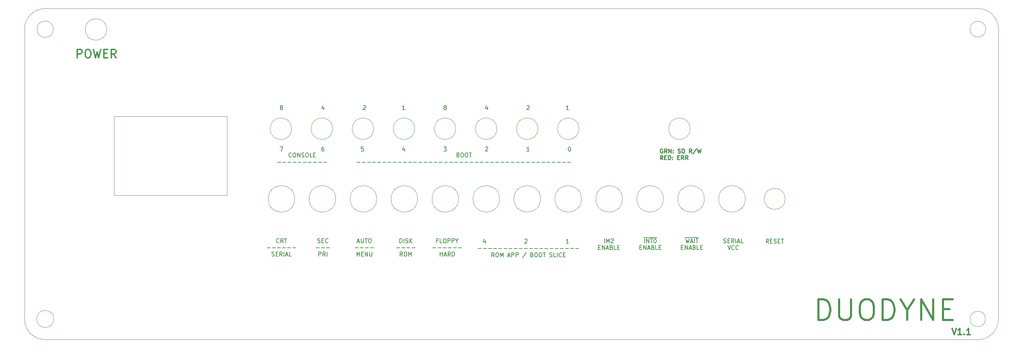
<source format=gbr>
%TF.GenerationSoftware,KiCad,Pcbnew,(6.0.11)*%
%TF.CreationDate,2024-03-29T18:09:22-05:00*%
%TF.ProjectId,dress-front-panel,64726573-732d-4667-926f-6e742d70616e,rev?*%
%TF.SameCoordinates,Original*%
%TF.FileFunction,Legend,Top*%
%TF.FilePolarity,Positive*%
%FSLAX46Y46*%
G04 Gerber Fmt 4.6, Leading zero omitted, Abs format (unit mm)*
G04 Created by KiCad (PCBNEW (6.0.11)) date 2024-03-29 18:09:22*
%MOMM*%
%LPD*%
G01*
G04 APERTURE LIST*
%TA.AperFunction,Profile*%
%ADD10C,0.050000*%
%TD*%
%ADD11C,0.300000*%
%ADD12C,0.150000*%
%ADD13C,0.250000*%
%ADD14C,0.500000*%
G04 APERTURE END LIST*
D10*
X40000000Y-230000000D02*
X265000000Y-230000000D01*
X35000000Y-155000000D02*
X35000000Y-225000000D01*
X119261800Y-179050000D02*
G75*
G03*
X119261800Y-179050000I-2600000J0D01*
G01*
X56590000Y-176025000D02*
X83895000Y-176025000D01*
X83895000Y-176025000D02*
X83895000Y-195075000D01*
X83895000Y-195075000D02*
X56590000Y-195075000D01*
X56590000Y-195075000D02*
X56590000Y-176025000D01*
X149610200Y-196000000D02*
G75*
G03*
X149610200Y-196000000I-3200000J0D01*
G01*
X99450000Y-179050000D02*
G75*
G03*
X99450000Y-179050000I-2600000J0D01*
G01*
X158885400Y-179050000D02*
G75*
G03*
X158885400Y-179050000I-2600000J0D01*
G01*
X100200000Y-196000000D02*
G75*
G03*
X100200000Y-196000000I-3200000J0D01*
G01*
X265000000Y-150000000D02*
X40000000Y-150000000D01*
X109355900Y-179050000D02*
G75*
G03*
X109355900Y-179050000I-2600000J0D01*
G01*
X270000000Y-225000000D02*
X270000000Y-155000000D01*
X139073600Y-179050000D02*
G75*
G03*
X139073600Y-179050000I-2600000J0D01*
G01*
X54850000Y-155070000D02*
G75*
G03*
X54850000Y-155070000I-2600000J0D01*
G01*
X148979500Y-179050000D02*
G75*
G03*
X148979500Y-179050000I-2600000J0D01*
G01*
X266909882Y-155000000D02*
G75*
G03*
X266909882Y-155000000I-1909882J0D01*
G01*
X169374300Y-196000000D02*
G75*
G03*
X169374300Y-196000000I-3200000J0D01*
G01*
X270000000Y-155000000D02*
G75*
G03*
X265000000Y-150000000I-5000000J0D01*
G01*
X129167700Y-179050000D02*
G75*
G03*
X129167700Y-179050000I-2600000J0D01*
G01*
X41986234Y-155000000D02*
G75*
G03*
X41986234Y-155000000I-1986234J0D01*
G01*
X199020500Y-196000000D02*
G75*
G03*
X199020500Y-196000000I-3200000J0D01*
G01*
X119964100Y-196000000D02*
G75*
G03*
X119964100Y-196000000I-3200000J0D01*
G01*
X35000000Y-225000000D02*
G75*
G03*
X40000000Y-230000000I5000000J0D01*
G01*
X179256400Y-196000000D02*
G75*
G03*
X179256400Y-196000000I-3200000J0D01*
G01*
X42061128Y-225000000D02*
G75*
G03*
X42061128Y-225000000I-2061128J0D01*
G01*
X159492300Y-196000000D02*
G75*
G03*
X159492300Y-196000000I-3200000J0D01*
G01*
X195600000Y-179050000D02*
G75*
G03*
X195600000Y-179050000I-2600000J0D01*
G01*
X218540000Y-196000000D02*
G75*
G03*
X218540000Y-196000000I-2540000J0D01*
G01*
X129846100Y-196000000D02*
G75*
G03*
X129846100Y-196000000I-3200000J0D01*
G01*
X40000000Y-150000000D02*
G75*
G03*
X35000000Y-155000000I0J-5000000D01*
G01*
X139728200Y-196000000D02*
G75*
G03*
X139728200Y-196000000I-3200000J0D01*
G01*
X110082000Y-196000000D02*
G75*
G03*
X110082000Y-196000000I-3200000J0D01*
G01*
X189138400Y-196000000D02*
G75*
G03*
X189138400Y-196000000I-3200000J0D01*
G01*
X168791300Y-179050000D02*
G75*
G03*
X168791300Y-179050000I-2600000J0D01*
G01*
X208902500Y-196000000D02*
G75*
G03*
X208902500Y-196000000I-3200000J0D01*
G01*
X266859745Y-225000000D02*
G75*
G03*
X266859745Y-225000000I-1859745J0D01*
G01*
X265000000Y-230000000D02*
G75*
G03*
X270000000Y-225000000I0J5000000D01*
G01*
D11*
X258774285Y-227273571D02*
X259274285Y-228773571D01*
X259774285Y-227273571D01*
X261060000Y-228773571D02*
X260202857Y-228773571D01*
X260631428Y-228773571D02*
X260631428Y-227273571D01*
X260488571Y-227487857D01*
X260345714Y-227630714D01*
X260202857Y-227702142D01*
X261702857Y-228630714D02*
X261774285Y-228702142D01*
X261702857Y-228773571D01*
X261631428Y-228702142D01*
X261702857Y-228630714D01*
X261702857Y-228773571D01*
X263202857Y-228773571D02*
X262345714Y-228773571D01*
X262774285Y-228773571D02*
X262774285Y-227273571D01*
X262631428Y-227487857D01*
X262488571Y-227630714D01*
X262345714Y-227702142D01*
D12*
X184380952Y-205365000D02*
X184857142Y-205365000D01*
X184619047Y-206647380D02*
X184619047Y-205647380D01*
X184857142Y-205365000D02*
X185904761Y-205365000D01*
X185095238Y-206647380D02*
X185095238Y-205647380D01*
X185666666Y-206647380D01*
X185666666Y-205647380D01*
X185904761Y-205365000D02*
X186666666Y-205365000D01*
X186000000Y-205647380D02*
X186571428Y-205647380D01*
X186285714Y-206647380D02*
X186285714Y-205647380D01*
X186666666Y-205365000D02*
X187619047Y-205365000D01*
X187095238Y-205647380D02*
X187190476Y-205647380D01*
X187285714Y-205695000D01*
X187333333Y-205742619D01*
X187380952Y-205837857D01*
X187428571Y-206028333D01*
X187428571Y-206266428D01*
X187380952Y-206456904D01*
X187333333Y-206552142D01*
X187285714Y-206599761D01*
X187190476Y-206647380D01*
X187095238Y-206647380D01*
X187000000Y-206599761D01*
X186952380Y-206552142D01*
X186904761Y-206456904D01*
X186857142Y-206266428D01*
X186857142Y-206028333D01*
X186904761Y-205837857D01*
X186952380Y-205742619D01*
X187000000Y-205695000D01*
X187095238Y-205647380D01*
X183476190Y-207733571D02*
X183809523Y-207733571D01*
X183952380Y-208257380D02*
X183476190Y-208257380D01*
X183476190Y-207257380D01*
X183952380Y-207257380D01*
X184380952Y-208257380D02*
X184380952Y-207257380D01*
X184952380Y-208257380D01*
X184952380Y-207257380D01*
X185380952Y-207971666D02*
X185857142Y-207971666D01*
X185285714Y-208257380D02*
X185619047Y-207257380D01*
X185952380Y-208257380D01*
X186619047Y-207733571D02*
X186761904Y-207781190D01*
X186809523Y-207828809D01*
X186857142Y-207924047D01*
X186857142Y-208066904D01*
X186809523Y-208162142D01*
X186761904Y-208209761D01*
X186666666Y-208257380D01*
X186285714Y-208257380D01*
X186285714Y-207257380D01*
X186619047Y-207257380D01*
X186714285Y-207305000D01*
X186761904Y-207352619D01*
X186809523Y-207447857D01*
X186809523Y-207543095D01*
X186761904Y-207638333D01*
X186714285Y-207685952D01*
X186619047Y-207733571D01*
X186285714Y-207733571D01*
X187761904Y-208257380D02*
X187285714Y-208257380D01*
X187285714Y-207257380D01*
X188095238Y-207733571D02*
X188428571Y-207733571D01*
X188571428Y-208257380D02*
X188095238Y-208257380D01*
X188095238Y-207257380D01*
X188571428Y-207257380D01*
D11*
X47747439Y-161904761D02*
X47747439Y-159904761D01*
X48509344Y-159904761D01*
X48699820Y-160000000D01*
X48795058Y-160095238D01*
X48890296Y-160285714D01*
X48890296Y-160571428D01*
X48795058Y-160761904D01*
X48699820Y-160857142D01*
X48509344Y-160952380D01*
X47747439Y-160952380D01*
X50128391Y-159904761D02*
X50509344Y-159904761D01*
X50699820Y-160000000D01*
X50890296Y-160190476D01*
X50985534Y-160571428D01*
X50985534Y-161238095D01*
X50890296Y-161619047D01*
X50699820Y-161809523D01*
X50509344Y-161904761D01*
X50128391Y-161904761D01*
X49937915Y-161809523D01*
X49747439Y-161619047D01*
X49652201Y-161238095D01*
X49652201Y-160571428D01*
X49747439Y-160190476D01*
X49937915Y-160000000D01*
X50128391Y-159904761D01*
X51652201Y-159904761D02*
X52128391Y-161904761D01*
X52509344Y-160476190D01*
X52890296Y-161904761D01*
X53366487Y-159904761D01*
X54128391Y-160857142D02*
X54795058Y-160857142D01*
X55080772Y-161904761D02*
X54128391Y-161904761D01*
X54128391Y-159904761D01*
X55080772Y-159904761D01*
X57080772Y-161904761D02*
X56414106Y-160952380D01*
X55937915Y-161904761D02*
X55937915Y-159904761D01*
X56699820Y-159904761D01*
X56890296Y-160000000D01*
X56985534Y-160095238D01*
X57080772Y-160285714D01*
X57080772Y-160571428D01*
X56985534Y-160761904D01*
X56890296Y-160857142D01*
X56699820Y-160952380D01*
X55937915Y-160952380D01*
D12*
X146190476Y-206035714D02*
X146190476Y-206702380D01*
X145952380Y-205654761D02*
X145714285Y-206369047D01*
X146333333Y-206369047D01*
X96904761Y-173880952D02*
X96809523Y-173833333D01*
X96761904Y-173785714D01*
X96714285Y-173690476D01*
X96714285Y-173642857D01*
X96761904Y-173547619D01*
X96809523Y-173500000D01*
X96904761Y-173452380D01*
X97095238Y-173452380D01*
X97190476Y-173500000D01*
X97238095Y-173547619D01*
X97285714Y-173642857D01*
X97285714Y-173690476D01*
X97238095Y-173785714D01*
X97190476Y-173833333D01*
X97095238Y-173880952D01*
X96904761Y-173880952D01*
X96809523Y-173928571D01*
X96761904Y-173976190D01*
X96714285Y-174071428D01*
X96714285Y-174261904D01*
X96761904Y-174357142D01*
X96809523Y-174404761D01*
X96904761Y-174452380D01*
X97095238Y-174452380D01*
X97190476Y-174404761D01*
X97238095Y-174357142D01*
X97285714Y-174261904D01*
X97285714Y-174071428D01*
X97238095Y-173976190D01*
X97190476Y-173928571D01*
X97095238Y-173880952D01*
X126785714Y-174452380D02*
X126214285Y-174452380D01*
X126500000Y-174452380D02*
X126500000Y-173452380D01*
X126404761Y-173595238D01*
X126309523Y-173690476D01*
X126214285Y-173738095D01*
X116714285Y-173547619D02*
X116761904Y-173500000D01*
X116857142Y-173452380D01*
X117095238Y-173452380D01*
X117190476Y-173500000D01*
X117238095Y-173547619D01*
X117285714Y-173642857D01*
X117285714Y-173738095D01*
X117238095Y-173880952D01*
X116666666Y-174452380D01*
X117285714Y-174452380D01*
X146214285Y-183547619D02*
X146261904Y-183500000D01*
X146357142Y-183452380D01*
X146595238Y-183452380D01*
X146690476Y-183500000D01*
X146738095Y-183547619D01*
X146785714Y-183642857D01*
X146785714Y-183738095D01*
X146738095Y-183880952D01*
X146166666Y-184452380D01*
X146785714Y-184452380D01*
X203690476Y-206599761D02*
X203833333Y-206647380D01*
X204071428Y-206647380D01*
X204166666Y-206599761D01*
X204214285Y-206552142D01*
X204261904Y-206456904D01*
X204261904Y-206361666D01*
X204214285Y-206266428D01*
X204166666Y-206218809D01*
X204071428Y-206171190D01*
X203880952Y-206123571D01*
X203785714Y-206075952D01*
X203738095Y-206028333D01*
X203690476Y-205933095D01*
X203690476Y-205837857D01*
X203738095Y-205742619D01*
X203785714Y-205695000D01*
X203880952Y-205647380D01*
X204119047Y-205647380D01*
X204261904Y-205695000D01*
X204690476Y-206123571D02*
X205023809Y-206123571D01*
X205166666Y-206647380D02*
X204690476Y-206647380D01*
X204690476Y-205647380D01*
X205166666Y-205647380D01*
X206166666Y-206647380D02*
X205833333Y-206171190D01*
X205595238Y-206647380D02*
X205595238Y-205647380D01*
X205976190Y-205647380D01*
X206071428Y-205695000D01*
X206119047Y-205742619D01*
X206166666Y-205837857D01*
X206166666Y-205980714D01*
X206119047Y-206075952D01*
X206071428Y-206123571D01*
X205976190Y-206171190D01*
X205595238Y-206171190D01*
X206595238Y-206647380D02*
X206595238Y-205647380D01*
X207023809Y-206361666D02*
X207500000Y-206361666D01*
X206928571Y-206647380D02*
X207261904Y-205647380D01*
X207595238Y-206647380D01*
X208404761Y-206647380D02*
X207928571Y-206647380D01*
X207928571Y-205647380D01*
X204666666Y-207257380D02*
X205000000Y-208257380D01*
X205333333Y-207257380D01*
X206238095Y-208162142D02*
X206190476Y-208209761D01*
X206047619Y-208257380D01*
X205952380Y-208257380D01*
X205809523Y-208209761D01*
X205714285Y-208114523D01*
X205666666Y-208019285D01*
X205619047Y-207828809D01*
X205619047Y-207685952D01*
X205666666Y-207495476D01*
X205714285Y-207400238D01*
X205809523Y-207305000D01*
X205952380Y-207257380D01*
X206047619Y-207257380D01*
X206190476Y-207305000D01*
X206238095Y-207352619D01*
X207238095Y-208162142D02*
X207190476Y-208209761D01*
X207047619Y-208257380D01*
X206952380Y-208257380D01*
X206809523Y-208209761D01*
X206714285Y-208114523D01*
X206666666Y-208019285D01*
X206619047Y-207828809D01*
X206619047Y-207685952D01*
X206666666Y-207495476D01*
X206714285Y-207400238D01*
X206809523Y-207305000D01*
X206952380Y-207257380D01*
X207047619Y-207257380D01*
X207190476Y-207305000D01*
X207238095Y-207352619D01*
X166285714Y-174452380D02*
X165714285Y-174452380D01*
X166000000Y-174452380D02*
X166000000Y-173452380D01*
X165904761Y-173595238D01*
X165809523Y-173690476D01*
X165714285Y-173738095D01*
X156214285Y-173547619D02*
X156261904Y-173500000D01*
X156357142Y-173452380D01*
X156595238Y-173452380D01*
X156690476Y-173500000D01*
X156738095Y-173547619D01*
X156785714Y-173642857D01*
X156785714Y-173738095D01*
X156738095Y-173880952D01*
X156166666Y-174452380D01*
X156785714Y-174452380D01*
X156785714Y-184452380D02*
X156214285Y-184452380D01*
X156500000Y-184452380D02*
X156500000Y-183452380D01*
X156404761Y-183595238D01*
X156309523Y-183690476D01*
X156214285Y-183738095D01*
X105761904Y-206544761D02*
X105904761Y-206592380D01*
X106142857Y-206592380D01*
X106238095Y-206544761D01*
X106285714Y-206497142D01*
X106333333Y-206401904D01*
X106333333Y-206306666D01*
X106285714Y-206211428D01*
X106238095Y-206163809D01*
X106142857Y-206116190D01*
X105952380Y-206068571D01*
X105857142Y-206020952D01*
X105809523Y-205973333D01*
X105761904Y-205878095D01*
X105761904Y-205782857D01*
X105809523Y-205687619D01*
X105857142Y-205640000D01*
X105952380Y-205592380D01*
X106190476Y-205592380D01*
X106333333Y-205640000D01*
X106761904Y-206068571D02*
X107095238Y-206068571D01*
X107238095Y-206592380D02*
X106761904Y-206592380D01*
X106761904Y-205592380D01*
X107238095Y-205592380D01*
X108238095Y-206497142D02*
X108190476Y-206544761D01*
X108047619Y-206592380D01*
X107952380Y-206592380D01*
X107809523Y-206544761D01*
X107714285Y-206449523D01*
X107666666Y-206354285D01*
X107619047Y-206163809D01*
X107619047Y-206020952D01*
X107666666Y-205830476D01*
X107714285Y-205735238D01*
X107809523Y-205640000D01*
X107952380Y-205592380D01*
X108047619Y-205592380D01*
X108190476Y-205640000D01*
X108238095Y-205687619D01*
X105380952Y-207821428D02*
X106142857Y-207821428D01*
X106619047Y-207821428D02*
X107380952Y-207821428D01*
X107857142Y-207821428D02*
X108619047Y-207821428D01*
X106000000Y-209812380D02*
X106000000Y-208812380D01*
X106380952Y-208812380D01*
X106476190Y-208860000D01*
X106523809Y-208907619D01*
X106571428Y-209002857D01*
X106571428Y-209145714D01*
X106523809Y-209240952D01*
X106476190Y-209288571D01*
X106380952Y-209336190D01*
X106000000Y-209336190D01*
X107571428Y-209812380D02*
X107238095Y-209336190D01*
X107000000Y-209812380D02*
X107000000Y-208812380D01*
X107380952Y-208812380D01*
X107476190Y-208860000D01*
X107523809Y-208907619D01*
X107571428Y-209002857D01*
X107571428Y-209145714D01*
X107523809Y-209240952D01*
X107476190Y-209288571D01*
X107380952Y-209336190D01*
X107000000Y-209336190D01*
X108000000Y-209812380D02*
X108000000Y-208812380D01*
X125523809Y-206592380D02*
X125523809Y-205592380D01*
X125761904Y-205592380D01*
X125904761Y-205640000D01*
X126000000Y-205735238D01*
X126047619Y-205830476D01*
X126095238Y-206020952D01*
X126095238Y-206163809D01*
X126047619Y-206354285D01*
X126000000Y-206449523D01*
X125904761Y-206544761D01*
X125761904Y-206592380D01*
X125523809Y-206592380D01*
X126523809Y-206592380D02*
X126523809Y-205592380D01*
X126952380Y-206544761D02*
X127095238Y-206592380D01*
X127333333Y-206592380D01*
X127428571Y-206544761D01*
X127476190Y-206497142D01*
X127523809Y-206401904D01*
X127523809Y-206306666D01*
X127476190Y-206211428D01*
X127428571Y-206163809D01*
X127333333Y-206116190D01*
X127142857Y-206068571D01*
X127047619Y-206020952D01*
X127000000Y-205973333D01*
X126952380Y-205878095D01*
X126952380Y-205782857D01*
X127000000Y-205687619D01*
X127047619Y-205640000D01*
X127142857Y-205592380D01*
X127380952Y-205592380D01*
X127523809Y-205640000D01*
X127952380Y-206592380D02*
X127952380Y-205592380D01*
X128523809Y-206592380D02*
X128095238Y-206020952D01*
X128523809Y-205592380D02*
X127952380Y-206163809D01*
X124761904Y-207821428D02*
X125523809Y-207821428D01*
X126000000Y-207821428D02*
X126761904Y-207821428D01*
X127238095Y-207821428D02*
X128000000Y-207821428D01*
X128476190Y-207821428D02*
X129238095Y-207821428D01*
X126214285Y-209812380D02*
X125880952Y-209336190D01*
X125642857Y-209812380D02*
X125642857Y-208812380D01*
X126023809Y-208812380D01*
X126119047Y-208860000D01*
X126166666Y-208907619D01*
X126214285Y-209002857D01*
X126214285Y-209145714D01*
X126166666Y-209240952D01*
X126119047Y-209288571D01*
X126023809Y-209336190D01*
X125642857Y-209336190D01*
X126833333Y-208812380D02*
X127023809Y-208812380D01*
X127119047Y-208860000D01*
X127214285Y-208955238D01*
X127261904Y-209145714D01*
X127261904Y-209479047D01*
X127214285Y-209669523D01*
X127119047Y-209764761D01*
X127023809Y-209812380D01*
X126833333Y-209812380D01*
X126738095Y-209764761D01*
X126642857Y-209669523D01*
X126595238Y-209479047D01*
X126595238Y-209145714D01*
X126642857Y-208955238D01*
X126738095Y-208860000D01*
X126833333Y-208812380D01*
X127690476Y-209812380D02*
X127690476Y-208812380D01*
X128023809Y-209526666D01*
X128357142Y-208812380D01*
X128357142Y-209812380D01*
X144446912Y-208016428D02*
X145208817Y-208016428D01*
X145685008Y-208016428D02*
X146446912Y-208016428D01*
X146923103Y-208016428D02*
X147685008Y-208016428D01*
X148161198Y-208016428D02*
X148923103Y-208016428D01*
X149399293Y-208016428D02*
X150161198Y-208016428D01*
X150637389Y-208016428D02*
X151399293Y-208016428D01*
X151875484Y-208016428D02*
X152637389Y-208016428D01*
X153113579Y-208016428D02*
X153875484Y-208016428D01*
X154351674Y-208016428D02*
X155113579Y-208016428D01*
X155589770Y-208016428D02*
X156351674Y-208016428D01*
X156827865Y-208016428D02*
X157589770Y-208016428D01*
X158065960Y-208016428D02*
X158827865Y-208016428D01*
X159304055Y-208016428D02*
X160065960Y-208016428D01*
X160542150Y-208016428D02*
X161304055Y-208016428D01*
X161780246Y-208016428D02*
X162542150Y-208016428D01*
X163018341Y-208016428D02*
X163780246Y-208016428D01*
X164256436Y-208016428D02*
X165018341Y-208016428D01*
X165494531Y-208016428D02*
X166256436Y-208016428D01*
X166732627Y-208016428D02*
X167494531Y-208016428D01*
X167970722Y-208016428D02*
X168732627Y-208016428D01*
X148327865Y-210007380D02*
X147994531Y-209531190D01*
X147756436Y-210007380D02*
X147756436Y-209007380D01*
X148137389Y-209007380D01*
X148232627Y-209055000D01*
X148280246Y-209102619D01*
X148327865Y-209197857D01*
X148327865Y-209340714D01*
X148280246Y-209435952D01*
X148232627Y-209483571D01*
X148137389Y-209531190D01*
X147756436Y-209531190D01*
X148946912Y-209007380D02*
X149137389Y-209007380D01*
X149232627Y-209055000D01*
X149327865Y-209150238D01*
X149375484Y-209340714D01*
X149375484Y-209674047D01*
X149327865Y-209864523D01*
X149232627Y-209959761D01*
X149137389Y-210007380D01*
X148946912Y-210007380D01*
X148851674Y-209959761D01*
X148756436Y-209864523D01*
X148708817Y-209674047D01*
X148708817Y-209340714D01*
X148756436Y-209150238D01*
X148851674Y-209055000D01*
X148946912Y-209007380D01*
X149804055Y-210007380D02*
X149804055Y-209007380D01*
X150137389Y-209721666D01*
X150470722Y-209007380D01*
X150470722Y-210007380D01*
X151661198Y-209721666D02*
X152137389Y-209721666D01*
X151565960Y-210007380D02*
X151899293Y-209007380D01*
X152232627Y-210007380D01*
X152565960Y-210007380D02*
X152565960Y-209007380D01*
X152946912Y-209007380D01*
X153042150Y-209055000D01*
X153089770Y-209102619D01*
X153137389Y-209197857D01*
X153137389Y-209340714D01*
X153089770Y-209435952D01*
X153042150Y-209483571D01*
X152946912Y-209531190D01*
X152565960Y-209531190D01*
X153565960Y-210007380D02*
X153565960Y-209007380D01*
X153946912Y-209007380D01*
X154042150Y-209055000D01*
X154089770Y-209102619D01*
X154137389Y-209197857D01*
X154137389Y-209340714D01*
X154089770Y-209435952D01*
X154042150Y-209483571D01*
X153946912Y-209531190D01*
X153565960Y-209531190D01*
X156042150Y-208959761D02*
X155185008Y-210245476D01*
X157470722Y-209483571D02*
X157613579Y-209531190D01*
X157661198Y-209578809D01*
X157708817Y-209674047D01*
X157708817Y-209816904D01*
X157661198Y-209912142D01*
X157613579Y-209959761D01*
X157518341Y-210007380D01*
X157137389Y-210007380D01*
X157137389Y-209007380D01*
X157470722Y-209007380D01*
X157565960Y-209055000D01*
X157613579Y-209102619D01*
X157661198Y-209197857D01*
X157661198Y-209293095D01*
X157613579Y-209388333D01*
X157565960Y-209435952D01*
X157470722Y-209483571D01*
X157137389Y-209483571D01*
X158327865Y-209007380D02*
X158518341Y-209007380D01*
X158613579Y-209055000D01*
X158708817Y-209150238D01*
X158756436Y-209340714D01*
X158756436Y-209674047D01*
X158708817Y-209864523D01*
X158613579Y-209959761D01*
X158518341Y-210007380D01*
X158327865Y-210007380D01*
X158232627Y-209959761D01*
X158137389Y-209864523D01*
X158089770Y-209674047D01*
X158089770Y-209340714D01*
X158137389Y-209150238D01*
X158232627Y-209055000D01*
X158327865Y-209007380D01*
X159375484Y-209007380D02*
X159565960Y-209007380D01*
X159661198Y-209055000D01*
X159756436Y-209150238D01*
X159804055Y-209340714D01*
X159804055Y-209674047D01*
X159756436Y-209864523D01*
X159661198Y-209959761D01*
X159565960Y-210007380D01*
X159375484Y-210007380D01*
X159280246Y-209959761D01*
X159185008Y-209864523D01*
X159137389Y-209674047D01*
X159137389Y-209340714D01*
X159185008Y-209150238D01*
X159280246Y-209055000D01*
X159375484Y-209007380D01*
X160089770Y-209007380D02*
X160661198Y-209007380D01*
X160375484Y-210007380D02*
X160375484Y-209007380D01*
X161708817Y-209959761D02*
X161851674Y-210007380D01*
X162089770Y-210007380D01*
X162185008Y-209959761D01*
X162232627Y-209912142D01*
X162280246Y-209816904D01*
X162280246Y-209721666D01*
X162232627Y-209626428D01*
X162185008Y-209578809D01*
X162089770Y-209531190D01*
X161899293Y-209483571D01*
X161804055Y-209435952D01*
X161756436Y-209388333D01*
X161708817Y-209293095D01*
X161708817Y-209197857D01*
X161756436Y-209102619D01*
X161804055Y-209055000D01*
X161899293Y-209007380D01*
X162137389Y-209007380D01*
X162280246Y-209055000D01*
X163185008Y-210007380D02*
X162708817Y-210007380D01*
X162708817Y-209007380D01*
X163518341Y-210007380D02*
X163518341Y-209007380D01*
X164565960Y-209912142D02*
X164518341Y-209959761D01*
X164375484Y-210007380D01*
X164280246Y-210007380D01*
X164137389Y-209959761D01*
X164042150Y-209864523D01*
X163994531Y-209769285D01*
X163946912Y-209578809D01*
X163946912Y-209435952D01*
X163994531Y-209245476D01*
X164042150Y-209150238D01*
X164137389Y-209055000D01*
X164280246Y-209007380D01*
X164375484Y-209007380D01*
X164518341Y-209055000D01*
X164565960Y-209102619D01*
X164994531Y-209483571D02*
X165327865Y-209483571D01*
X165470722Y-210007380D02*
X164994531Y-210007380D01*
X164994531Y-209007380D01*
X165470722Y-209007380D01*
X96666666Y-183452380D02*
X97333333Y-183452380D01*
X96904761Y-184452380D01*
X146690476Y-173785714D02*
X146690476Y-174452380D01*
X146452380Y-173404761D02*
X146214285Y-174119047D01*
X146833333Y-174119047D01*
X139642857Y-185373571D02*
X139785714Y-185421190D01*
X139833333Y-185468809D01*
X139880952Y-185564047D01*
X139880952Y-185706904D01*
X139833333Y-185802142D01*
X139785714Y-185849761D01*
X139690476Y-185897380D01*
X139309523Y-185897380D01*
X139309523Y-184897380D01*
X139642857Y-184897380D01*
X139738095Y-184945000D01*
X139785714Y-184992619D01*
X139833333Y-185087857D01*
X139833333Y-185183095D01*
X139785714Y-185278333D01*
X139738095Y-185325952D01*
X139642857Y-185373571D01*
X139309523Y-185373571D01*
X140500000Y-184897380D02*
X140690476Y-184897380D01*
X140785714Y-184945000D01*
X140880952Y-185040238D01*
X140928571Y-185230714D01*
X140928571Y-185564047D01*
X140880952Y-185754523D01*
X140785714Y-185849761D01*
X140690476Y-185897380D01*
X140500000Y-185897380D01*
X140404761Y-185849761D01*
X140309523Y-185754523D01*
X140261904Y-185564047D01*
X140261904Y-185230714D01*
X140309523Y-185040238D01*
X140404761Y-184945000D01*
X140500000Y-184897380D01*
X141547619Y-184897380D02*
X141738095Y-184897380D01*
X141833333Y-184945000D01*
X141928571Y-185040238D01*
X141976190Y-185230714D01*
X141976190Y-185564047D01*
X141928571Y-185754523D01*
X141833333Y-185849761D01*
X141738095Y-185897380D01*
X141547619Y-185897380D01*
X141452380Y-185849761D01*
X141357142Y-185754523D01*
X141309523Y-185564047D01*
X141309523Y-185230714D01*
X141357142Y-185040238D01*
X141452380Y-184945000D01*
X141547619Y-184897380D01*
X142261904Y-184897380D02*
X142833333Y-184897380D01*
X142547619Y-185897380D02*
X142547619Y-184897380D01*
X115238095Y-187126428D02*
X115999999Y-187126428D01*
X116476190Y-187126428D02*
X117238095Y-187126428D01*
X117714285Y-187126428D02*
X118476190Y-187126428D01*
X118952380Y-187126428D02*
X119714285Y-187126428D01*
X120190476Y-187126428D02*
X120952380Y-187126428D01*
X121428571Y-187126428D02*
X122190476Y-187126428D01*
X122666666Y-187126428D02*
X123428571Y-187126428D01*
X123904761Y-187126428D02*
X124666666Y-187126428D01*
X125142857Y-187126428D02*
X125904761Y-187126428D01*
X126380952Y-187126428D02*
X127142857Y-187126428D01*
X127619047Y-187126428D02*
X128380952Y-187126428D01*
X128857142Y-187126428D02*
X129619047Y-187126428D01*
X130095238Y-187126428D02*
X130857142Y-187126428D01*
X131333333Y-187126428D02*
X132095238Y-187126428D01*
X132571428Y-187126428D02*
X133333333Y-187126428D01*
X133809523Y-187126428D02*
X134571428Y-187126428D01*
X135047619Y-187126428D02*
X135809523Y-187126428D01*
X136285714Y-187126428D02*
X137047619Y-187126428D01*
X137523809Y-187126428D02*
X138285714Y-187126428D01*
X138761904Y-187126428D02*
X139523809Y-187126428D01*
X140000000Y-187126428D02*
X140761904Y-187126428D01*
X141238095Y-187126428D02*
X142000000Y-187126428D01*
X142476190Y-187126428D02*
X143238095Y-187126428D01*
X143714285Y-187126428D02*
X144476190Y-187126428D01*
X144952380Y-187126428D02*
X145714285Y-187126428D01*
X146190476Y-187126428D02*
X146952380Y-187126428D01*
X147428571Y-187126428D02*
X148190476Y-187126428D01*
X148666666Y-187126428D02*
X149428571Y-187126428D01*
X149904761Y-187126428D02*
X150666666Y-187126428D01*
X151142857Y-187126428D02*
X151904761Y-187126428D01*
X152380952Y-187126428D02*
X153142857Y-187126428D01*
X153619047Y-187126428D02*
X154380952Y-187126428D01*
X154857142Y-187126428D02*
X155619047Y-187126428D01*
X156095238Y-187126428D02*
X156857142Y-187126428D01*
X157333333Y-187126428D02*
X158095238Y-187126428D01*
X158571428Y-187126428D02*
X159333333Y-187126428D01*
X159809523Y-187126428D02*
X160571428Y-187126428D01*
X161047619Y-187126428D02*
X161809523Y-187126428D01*
X162285714Y-187126428D02*
X163047619Y-187126428D01*
X163523809Y-187126428D02*
X164285714Y-187126428D01*
X164761904Y-187126428D02*
X165523809Y-187126428D01*
X166000000Y-187126428D02*
X166761904Y-187126428D01*
X166285714Y-206702380D02*
X165714285Y-206702380D01*
X166000000Y-206702380D02*
X166000000Y-205702380D01*
X165904761Y-205845238D01*
X165809523Y-205940476D01*
X165714285Y-205988095D01*
D13*
X188924404Y-183945000D02*
X188829166Y-183897380D01*
X188686309Y-183897380D01*
X188543452Y-183945000D01*
X188448214Y-184040238D01*
X188400595Y-184135476D01*
X188352976Y-184325952D01*
X188352976Y-184468809D01*
X188400595Y-184659285D01*
X188448214Y-184754523D01*
X188543452Y-184849761D01*
X188686309Y-184897380D01*
X188781547Y-184897380D01*
X188924404Y-184849761D01*
X188972023Y-184802142D01*
X188972023Y-184468809D01*
X188781547Y-184468809D01*
X189972023Y-184897380D02*
X189638690Y-184421190D01*
X189400595Y-184897380D02*
X189400595Y-183897380D01*
X189781547Y-183897380D01*
X189876785Y-183945000D01*
X189924404Y-183992619D01*
X189972023Y-184087857D01*
X189972023Y-184230714D01*
X189924404Y-184325952D01*
X189876785Y-184373571D01*
X189781547Y-184421190D01*
X189400595Y-184421190D01*
X190400595Y-184897380D02*
X190400595Y-183897380D01*
X190972023Y-184897380D01*
X190972023Y-183897380D01*
X191448214Y-184802142D02*
X191495833Y-184849761D01*
X191448214Y-184897380D01*
X191400595Y-184849761D01*
X191448214Y-184802142D01*
X191448214Y-184897380D01*
X191448214Y-184278333D02*
X191495833Y-184325952D01*
X191448214Y-184373571D01*
X191400595Y-184325952D01*
X191448214Y-184278333D01*
X191448214Y-184373571D01*
X192638690Y-184849761D02*
X192781547Y-184897380D01*
X193019642Y-184897380D01*
X193114880Y-184849761D01*
X193162500Y-184802142D01*
X193210119Y-184706904D01*
X193210119Y-184611666D01*
X193162500Y-184516428D01*
X193114880Y-184468809D01*
X193019642Y-184421190D01*
X192829166Y-184373571D01*
X192733928Y-184325952D01*
X192686309Y-184278333D01*
X192638690Y-184183095D01*
X192638690Y-184087857D01*
X192686309Y-183992619D01*
X192733928Y-183945000D01*
X192829166Y-183897380D01*
X193067261Y-183897380D01*
X193210119Y-183945000D01*
X193638690Y-184897380D02*
X193638690Y-183897380D01*
X193876785Y-183897380D01*
X194019642Y-183945000D01*
X194114880Y-184040238D01*
X194162500Y-184135476D01*
X194210119Y-184325952D01*
X194210119Y-184468809D01*
X194162500Y-184659285D01*
X194114880Y-184754523D01*
X194019642Y-184849761D01*
X193876785Y-184897380D01*
X193638690Y-184897380D01*
X195972023Y-184897380D02*
X195638690Y-184421190D01*
X195400595Y-184897380D02*
X195400595Y-183897380D01*
X195781547Y-183897380D01*
X195876785Y-183945000D01*
X195924404Y-183992619D01*
X195972023Y-184087857D01*
X195972023Y-184230714D01*
X195924404Y-184325952D01*
X195876785Y-184373571D01*
X195781547Y-184421190D01*
X195400595Y-184421190D01*
X197114880Y-183849761D02*
X196257738Y-185135476D01*
X197352976Y-183897380D02*
X197591071Y-184897380D01*
X197781547Y-184183095D01*
X197972023Y-184897380D01*
X198210119Y-183897380D01*
X188972023Y-186507380D02*
X188638690Y-186031190D01*
X188400595Y-186507380D02*
X188400595Y-185507380D01*
X188781547Y-185507380D01*
X188876785Y-185555000D01*
X188924404Y-185602619D01*
X188972023Y-185697857D01*
X188972023Y-185840714D01*
X188924404Y-185935952D01*
X188876785Y-185983571D01*
X188781547Y-186031190D01*
X188400595Y-186031190D01*
X189400595Y-185983571D02*
X189733928Y-185983571D01*
X189876785Y-186507380D02*
X189400595Y-186507380D01*
X189400595Y-185507380D01*
X189876785Y-185507380D01*
X190305357Y-186507380D02*
X190305357Y-185507380D01*
X190543452Y-185507380D01*
X190686309Y-185555000D01*
X190781547Y-185650238D01*
X190829166Y-185745476D01*
X190876785Y-185935952D01*
X190876785Y-186078809D01*
X190829166Y-186269285D01*
X190781547Y-186364523D01*
X190686309Y-186459761D01*
X190543452Y-186507380D01*
X190305357Y-186507380D01*
X191305357Y-186412142D02*
X191352976Y-186459761D01*
X191305357Y-186507380D01*
X191257738Y-186459761D01*
X191305357Y-186412142D01*
X191305357Y-186507380D01*
X191305357Y-185888333D02*
X191352976Y-185935952D01*
X191305357Y-185983571D01*
X191257738Y-185935952D01*
X191305357Y-185888333D01*
X191305357Y-185983571D01*
X192543452Y-185983571D02*
X192876785Y-185983571D01*
X193019642Y-186507380D02*
X192543452Y-186507380D01*
X192543452Y-185507380D01*
X193019642Y-185507380D01*
X194019642Y-186507380D02*
X193686309Y-186031190D01*
X193448214Y-186507380D02*
X193448214Y-185507380D01*
X193829166Y-185507380D01*
X193924404Y-185555000D01*
X193972023Y-185602619D01*
X194019642Y-185697857D01*
X194019642Y-185840714D01*
X193972023Y-185935952D01*
X193924404Y-185983571D01*
X193829166Y-186031190D01*
X193448214Y-186031190D01*
X195019642Y-186507380D02*
X194686309Y-186031190D01*
X194448214Y-186507380D02*
X194448214Y-185507380D01*
X194829166Y-185507380D01*
X194924404Y-185555000D01*
X194972023Y-185602619D01*
X195019642Y-185697857D01*
X195019642Y-185840714D01*
X194972023Y-185935952D01*
X194924404Y-185983571D01*
X194829166Y-186031190D01*
X194448214Y-186031190D01*
D12*
X116738095Y-183452380D02*
X116261904Y-183452380D01*
X116214285Y-183928571D01*
X116261904Y-183880952D01*
X116357142Y-183833333D01*
X116595238Y-183833333D01*
X116690476Y-183880952D01*
X116738095Y-183928571D01*
X116785714Y-184023809D01*
X116785714Y-184261904D01*
X116738095Y-184357142D01*
X116690476Y-184404761D01*
X116595238Y-184452380D01*
X116357142Y-184452380D01*
X116261904Y-184404761D01*
X116214285Y-184357142D01*
X115333333Y-206306666D02*
X115809523Y-206306666D01*
X115238095Y-206592380D02*
X115571428Y-205592380D01*
X115904761Y-206592380D01*
X116238095Y-205592380D02*
X116238095Y-206401904D01*
X116285714Y-206497142D01*
X116333333Y-206544761D01*
X116428571Y-206592380D01*
X116619047Y-206592380D01*
X116714285Y-206544761D01*
X116761904Y-206497142D01*
X116809523Y-206401904D01*
X116809523Y-205592380D01*
X117142857Y-205592380D02*
X117714285Y-205592380D01*
X117428571Y-206592380D02*
X117428571Y-205592380D01*
X118238095Y-205592380D02*
X118428571Y-205592380D01*
X118523809Y-205640000D01*
X118619047Y-205735238D01*
X118666666Y-205925714D01*
X118666666Y-206259047D01*
X118619047Y-206449523D01*
X118523809Y-206544761D01*
X118428571Y-206592380D01*
X118238095Y-206592380D01*
X118142857Y-206544761D01*
X118047619Y-206449523D01*
X118000000Y-206259047D01*
X118000000Y-205925714D01*
X118047619Y-205735238D01*
X118142857Y-205640000D01*
X118238095Y-205592380D01*
X114761904Y-207821428D02*
X115523809Y-207821428D01*
X116000000Y-207821428D02*
X116761904Y-207821428D01*
X117238095Y-207821428D02*
X118000000Y-207821428D01*
X118476190Y-207821428D02*
X119238095Y-207821428D01*
X115166666Y-209812380D02*
X115166666Y-208812380D01*
X115500000Y-209526666D01*
X115833333Y-208812380D01*
X115833333Y-209812380D01*
X116309523Y-209288571D02*
X116642857Y-209288571D01*
X116785714Y-209812380D02*
X116309523Y-209812380D01*
X116309523Y-208812380D01*
X116785714Y-208812380D01*
X117214285Y-209812380D02*
X117214285Y-208812380D01*
X117785714Y-209812380D01*
X117785714Y-208812380D01*
X118261904Y-208812380D02*
X118261904Y-209621904D01*
X118309523Y-209717142D01*
X118357142Y-209764761D01*
X118452380Y-209812380D01*
X118642857Y-209812380D01*
X118738095Y-209764761D01*
X118785714Y-209717142D01*
X118833333Y-209621904D01*
X118833333Y-208812380D01*
X155714285Y-205797619D02*
X155761904Y-205750000D01*
X155857142Y-205702380D01*
X156095238Y-205702380D01*
X156190476Y-205750000D01*
X156238095Y-205797619D01*
X156285714Y-205892857D01*
X156285714Y-205988095D01*
X156238095Y-206130952D01*
X155666666Y-206702380D01*
X156285714Y-206702380D01*
X136404761Y-173880952D02*
X136309523Y-173833333D01*
X136261904Y-173785714D01*
X136214285Y-173690476D01*
X136214285Y-173642857D01*
X136261904Y-173547619D01*
X136309523Y-173500000D01*
X136404761Y-173452380D01*
X136595238Y-173452380D01*
X136690476Y-173500000D01*
X136738095Y-173547619D01*
X136785714Y-173642857D01*
X136785714Y-173690476D01*
X136738095Y-173785714D01*
X136690476Y-173833333D01*
X136595238Y-173880952D01*
X136404761Y-173880952D01*
X136309523Y-173928571D01*
X136261904Y-173976190D01*
X136214285Y-174071428D01*
X136214285Y-174261904D01*
X136261904Y-174357142D01*
X136309523Y-174404761D01*
X136404761Y-174452380D01*
X136595238Y-174452380D01*
X136690476Y-174404761D01*
X136738095Y-174357142D01*
X136785714Y-174261904D01*
X136785714Y-174071428D01*
X136738095Y-173976190D01*
X136690476Y-173928571D01*
X136595238Y-173880952D01*
X134785714Y-206068571D02*
X134452380Y-206068571D01*
X134452380Y-206592380D02*
X134452380Y-205592380D01*
X134928571Y-205592380D01*
X135785714Y-206592380D02*
X135309523Y-206592380D01*
X135309523Y-205592380D01*
X136309523Y-205592380D02*
X136500000Y-205592380D01*
X136595238Y-205640000D01*
X136690476Y-205735238D01*
X136738095Y-205925714D01*
X136738095Y-206259047D01*
X136690476Y-206449523D01*
X136595238Y-206544761D01*
X136500000Y-206592380D01*
X136309523Y-206592380D01*
X136214285Y-206544761D01*
X136119047Y-206449523D01*
X136071428Y-206259047D01*
X136071428Y-205925714D01*
X136119047Y-205735238D01*
X136214285Y-205640000D01*
X136309523Y-205592380D01*
X137166666Y-206592380D02*
X137166666Y-205592380D01*
X137547619Y-205592380D01*
X137642857Y-205640000D01*
X137690476Y-205687619D01*
X137738095Y-205782857D01*
X137738095Y-205925714D01*
X137690476Y-206020952D01*
X137642857Y-206068571D01*
X137547619Y-206116190D01*
X137166666Y-206116190D01*
X138166666Y-206592380D02*
X138166666Y-205592380D01*
X138547619Y-205592380D01*
X138642857Y-205640000D01*
X138690476Y-205687619D01*
X138738095Y-205782857D01*
X138738095Y-205925714D01*
X138690476Y-206020952D01*
X138642857Y-206068571D01*
X138547619Y-206116190D01*
X138166666Y-206116190D01*
X139357142Y-206116190D02*
X139357142Y-206592380D01*
X139023809Y-205592380D02*
X139357142Y-206116190D01*
X139690476Y-205592380D01*
X133523809Y-207821428D02*
X134285714Y-207821428D01*
X134761904Y-207821428D02*
X135523809Y-207821428D01*
X136000000Y-207821428D02*
X136761904Y-207821428D01*
X137238095Y-207821428D02*
X138000000Y-207821428D01*
X138476190Y-207821428D02*
X139238095Y-207821428D01*
X139714285Y-207821428D02*
X140476190Y-207821428D01*
X135285714Y-209812380D02*
X135285714Y-208812380D01*
X135285714Y-209288571D02*
X135857142Y-209288571D01*
X135857142Y-209812380D02*
X135857142Y-208812380D01*
X136285714Y-209526666D02*
X136761904Y-209526666D01*
X136190476Y-209812380D02*
X136523809Y-208812380D01*
X136857142Y-209812380D01*
X137761904Y-209812380D02*
X137428571Y-209336190D01*
X137190476Y-209812380D02*
X137190476Y-208812380D01*
X137571428Y-208812380D01*
X137666666Y-208860000D01*
X137714285Y-208907619D01*
X137761904Y-209002857D01*
X137761904Y-209145714D01*
X137714285Y-209240952D01*
X137666666Y-209288571D01*
X137571428Y-209336190D01*
X137190476Y-209336190D01*
X138190476Y-209812380D02*
X138190476Y-208812380D01*
X138428571Y-208812380D01*
X138571428Y-208860000D01*
X138666666Y-208955238D01*
X138714285Y-209050476D01*
X138761904Y-209240952D01*
X138761904Y-209383809D01*
X138714285Y-209574285D01*
X138666666Y-209669523D01*
X138571428Y-209764761D01*
X138428571Y-209812380D01*
X138190476Y-209812380D01*
X107190476Y-173785714D02*
X107190476Y-174452380D01*
X106952380Y-173404761D02*
X106714285Y-174119047D01*
X107333333Y-174119047D01*
X214547619Y-206702380D02*
X214214285Y-206226190D01*
X213976190Y-206702380D02*
X213976190Y-205702380D01*
X214357142Y-205702380D01*
X214452380Y-205750000D01*
X214500000Y-205797619D01*
X214547619Y-205892857D01*
X214547619Y-206035714D01*
X214500000Y-206130952D01*
X214452380Y-206178571D01*
X214357142Y-206226190D01*
X213976190Y-206226190D01*
X214976190Y-206178571D02*
X215309523Y-206178571D01*
X215452380Y-206702380D02*
X214976190Y-206702380D01*
X214976190Y-205702380D01*
X215452380Y-205702380D01*
X215833333Y-206654761D02*
X215976190Y-206702380D01*
X216214285Y-206702380D01*
X216309523Y-206654761D01*
X216357142Y-206607142D01*
X216404761Y-206511904D01*
X216404761Y-206416666D01*
X216357142Y-206321428D01*
X216309523Y-206273809D01*
X216214285Y-206226190D01*
X216023809Y-206178571D01*
X215928571Y-206130952D01*
X215880952Y-206083333D01*
X215833333Y-205988095D01*
X215833333Y-205892857D01*
X215880952Y-205797619D01*
X215928571Y-205750000D01*
X216023809Y-205702380D01*
X216261904Y-205702380D01*
X216404761Y-205750000D01*
X216833333Y-206178571D02*
X217166666Y-206178571D01*
X217309523Y-206702380D02*
X216833333Y-206702380D01*
X216833333Y-205702380D01*
X217309523Y-205702380D01*
X217595238Y-205702380D02*
X218166666Y-205702380D01*
X217880952Y-206702380D02*
X217880952Y-205702380D01*
X96428571Y-206497142D02*
X96380952Y-206544761D01*
X96238095Y-206592380D01*
X96142857Y-206592380D01*
X96000000Y-206544761D01*
X95904761Y-206449523D01*
X95857142Y-206354285D01*
X95809523Y-206163809D01*
X95809523Y-206020952D01*
X95857142Y-205830476D01*
X95904761Y-205735238D01*
X96000000Y-205640000D01*
X96142857Y-205592380D01*
X96238095Y-205592380D01*
X96380952Y-205640000D01*
X96428571Y-205687619D01*
X97428571Y-206592380D02*
X97095238Y-206116190D01*
X96857142Y-206592380D02*
X96857142Y-205592380D01*
X97238095Y-205592380D01*
X97333333Y-205640000D01*
X97380952Y-205687619D01*
X97428571Y-205782857D01*
X97428571Y-205925714D01*
X97380952Y-206020952D01*
X97333333Y-206068571D01*
X97238095Y-206116190D01*
X96857142Y-206116190D01*
X97714285Y-205592380D02*
X98285714Y-205592380D01*
X98000000Y-206592380D02*
X98000000Y-205592380D01*
X93523809Y-207821428D02*
X94285714Y-207821428D01*
X94761904Y-207821428D02*
X95523809Y-207821428D01*
X96000000Y-207821428D02*
X96761904Y-207821428D01*
X97238095Y-207821428D02*
X98000000Y-207821428D01*
X98476190Y-207821428D02*
X99238095Y-207821428D01*
X99714285Y-207821428D02*
X100476190Y-207821428D01*
X94690476Y-209764761D02*
X94833333Y-209812380D01*
X95071428Y-209812380D01*
X95166666Y-209764761D01*
X95214285Y-209717142D01*
X95261904Y-209621904D01*
X95261904Y-209526666D01*
X95214285Y-209431428D01*
X95166666Y-209383809D01*
X95071428Y-209336190D01*
X94880952Y-209288571D01*
X94785714Y-209240952D01*
X94738095Y-209193333D01*
X94690476Y-209098095D01*
X94690476Y-209002857D01*
X94738095Y-208907619D01*
X94785714Y-208860000D01*
X94880952Y-208812380D01*
X95119047Y-208812380D01*
X95261904Y-208860000D01*
X95690476Y-209288571D02*
X96023809Y-209288571D01*
X96166666Y-209812380D02*
X95690476Y-209812380D01*
X95690476Y-208812380D01*
X96166666Y-208812380D01*
X97166666Y-209812380D02*
X96833333Y-209336190D01*
X96595238Y-209812380D02*
X96595238Y-208812380D01*
X96976190Y-208812380D01*
X97071428Y-208860000D01*
X97119047Y-208907619D01*
X97166666Y-209002857D01*
X97166666Y-209145714D01*
X97119047Y-209240952D01*
X97071428Y-209288571D01*
X96976190Y-209336190D01*
X96595238Y-209336190D01*
X97595238Y-209812380D02*
X97595238Y-208812380D01*
X98023809Y-209526666D02*
X98500000Y-209526666D01*
X97928571Y-209812380D02*
X98261904Y-208812380D01*
X98595238Y-209812380D01*
X99404761Y-209812380D02*
X98928571Y-209812380D01*
X98928571Y-208812380D01*
D14*
X226573571Y-225276904D02*
X226573571Y-220276904D01*
X227764047Y-220276904D01*
X228478333Y-220515000D01*
X228954523Y-220991190D01*
X229192619Y-221467380D01*
X229430714Y-222419761D01*
X229430714Y-223134047D01*
X229192619Y-224086428D01*
X228954523Y-224562619D01*
X228478333Y-225038809D01*
X227764047Y-225276904D01*
X226573571Y-225276904D01*
X231573571Y-220276904D02*
X231573571Y-224324523D01*
X231811666Y-224800714D01*
X232049761Y-225038809D01*
X232525952Y-225276904D01*
X233478333Y-225276904D01*
X233954523Y-225038809D01*
X234192619Y-224800714D01*
X234430714Y-224324523D01*
X234430714Y-220276904D01*
X237764047Y-220276904D02*
X238716428Y-220276904D01*
X239192619Y-220515000D01*
X239668809Y-220991190D01*
X239906904Y-221943571D01*
X239906904Y-223610238D01*
X239668809Y-224562619D01*
X239192619Y-225038809D01*
X238716428Y-225276904D01*
X237764047Y-225276904D01*
X237287857Y-225038809D01*
X236811666Y-224562619D01*
X236573571Y-223610238D01*
X236573571Y-221943571D01*
X236811666Y-220991190D01*
X237287857Y-220515000D01*
X237764047Y-220276904D01*
X242049761Y-225276904D02*
X242049761Y-220276904D01*
X243240238Y-220276904D01*
X243954523Y-220515000D01*
X244430714Y-220991190D01*
X244668809Y-221467380D01*
X244906904Y-222419761D01*
X244906904Y-223134047D01*
X244668809Y-224086428D01*
X244430714Y-224562619D01*
X243954523Y-225038809D01*
X243240238Y-225276904D01*
X242049761Y-225276904D01*
X248002142Y-222895952D02*
X248002142Y-225276904D01*
X246335476Y-220276904D02*
X248002142Y-222895952D01*
X249668809Y-220276904D01*
X251335476Y-225276904D02*
X251335476Y-220276904D01*
X254192619Y-225276904D01*
X254192619Y-220276904D01*
X256573571Y-222657857D02*
X258240238Y-222657857D01*
X258954523Y-225276904D02*
X256573571Y-225276904D01*
X256573571Y-220276904D01*
X258954523Y-220276904D01*
D12*
X194380952Y-205365000D02*
X195523809Y-205365000D01*
X194523809Y-205647380D02*
X194761904Y-206647380D01*
X194952380Y-205933095D01*
X195142857Y-206647380D01*
X195380952Y-205647380D01*
X195523809Y-205365000D02*
X196380952Y-205365000D01*
X195714285Y-206361666D02*
X196190476Y-206361666D01*
X195619047Y-206647380D02*
X195952380Y-205647380D01*
X196285714Y-206647380D01*
X196380952Y-205365000D02*
X196857142Y-205365000D01*
X196619047Y-206647380D02*
X196619047Y-205647380D01*
X196857142Y-205365000D02*
X197619047Y-205365000D01*
X196952380Y-205647380D02*
X197523809Y-205647380D01*
X197238095Y-206647380D02*
X197238095Y-205647380D01*
X193476190Y-207733571D02*
X193809523Y-207733571D01*
X193952380Y-208257380D02*
X193476190Y-208257380D01*
X193476190Y-207257380D01*
X193952380Y-207257380D01*
X194380952Y-208257380D02*
X194380952Y-207257380D01*
X194952380Y-208257380D01*
X194952380Y-207257380D01*
X195380952Y-207971666D02*
X195857142Y-207971666D01*
X195285714Y-208257380D02*
X195619047Y-207257380D01*
X195952380Y-208257380D01*
X196619047Y-207733571D02*
X196761904Y-207781190D01*
X196809523Y-207828809D01*
X196857142Y-207924047D01*
X196857142Y-208066904D01*
X196809523Y-208162142D01*
X196761904Y-208209761D01*
X196666666Y-208257380D01*
X196285714Y-208257380D01*
X196285714Y-207257380D01*
X196619047Y-207257380D01*
X196714285Y-207305000D01*
X196761904Y-207352619D01*
X196809523Y-207447857D01*
X196809523Y-207543095D01*
X196761904Y-207638333D01*
X196714285Y-207685952D01*
X196619047Y-207733571D01*
X196285714Y-207733571D01*
X197761904Y-208257380D02*
X197285714Y-208257380D01*
X197285714Y-207257380D01*
X198095238Y-207733571D02*
X198428571Y-207733571D01*
X198571428Y-208257380D02*
X198095238Y-208257380D01*
X198095238Y-207257380D01*
X198571428Y-207257380D01*
X136166666Y-183452380D02*
X136785714Y-183452380D01*
X136452380Y-183833333D01*
X136595238Y-183833333D01*
X136690476Y-183880952D01*
X136738095Y-183928571D01*
X136785714Y-184023809D01*
X136785714Y-184261904D01*
X136738095Y-184357142D01*
X136690476Y-184404761D01*
X136595238Y-184452380D01*
X136309523Y-184452380D01*
X136214285Y-184404761D01*
X136166666Y-184357142D01*
X126690476Y-183785714D02*
X126690476Y-184452380D01*
X126452380Y-183404761D02*
X126214285Y-184119047D01*
X126833333Y-184119047D01*
X99404761Y-185802142D02*
X99357142Y-185849761D01*
X99214285Y-185897380D01*
X99119047Y-185897380D01*
X98976190Y-185849761D01*
X98880952Y-185754523D01*
X98833333Y-185659285D01*
X98785714Y-185468809D01*
X98785714Y-185325952D01*
X98833333Y-185135476D01*
X98880952Y-185040238D01*
X98976190Y-184945000D01*
X99119047Y-184897380D01*
X99214285Y-184897380D01*
X99357142Y-184945000D01*
X99404761Y-184992619D01*
X100023809Y-184897380D02*
X100214285Y-184897380D01*
X100309523Y-184945000D01*
X100404761Y-185040238D01*
X100452380Y-185230714D01*
X100452380Y-185564047D01*
X100404761Y-185754523D01*
X100309523Y-185849761D01*
X100214285Y-185897380D01*
X100023809Y-185897380D01*
X99928571Y-185849761D01*
X99833333Y-185754523D01*
X99785714Y-185564047D01*
X99785714Y-185230714D01*
X99833333Y-185040238D01*
X99928571Y-184945000D01*
X100023809Y-184897380D01*
X100880952Y-185897380D02*
X100880952Y-184897380D01*
X101452380Y-185897380D01*
X101452380Y-184897380D01*
X101880952Y-185849761D02*
X102023809Y-185897380D01*
X102261904Y-185897380D01*
X102357142Y-185849761D01*
X102404761Y-185802142D01*
X102452380Y-185706904D01*
X102452380Y-185611666D01*
X102404761Y-185516428D01*
X102357142Y-185468809D01*
X102261904Y-185421190D01*
X102071428Y-185373571D01*
X101976190Y-185325952D01*
X101928571Y-185278333D01*
X101880952Y-185183095D01*
X101880952Y-185087857D01*
X101928571Y-184992619D01*
X101976190Y-184945000D01*
X102071428Y-184897380D01*
X102309523Y-184897380D01*
X102452380Y-184945000D01*
X103071428Y-184897380D02*
X103261904Y-184897380D01*
X103357142Y-184945000D01*
X103452380Y-185040238D01*
X103500000Y-185230714D01*
X103500000Y-185564047D01*
X103452380Y-185754523D01*
X103357142Y-185849761D01*
X103261904Y-185897380D01*
X103071428Y-185897380D01*
X102976190Y-185849761D01*
X102880952Y-185754523D01*
X102833333Y-185564047D01*
X102833333Y-185230714D01*
X102880952Y-185040238D01*
X102976190Y-184945000D01*
X103071428Y-184897380D01*
X104404761Y-185897380D02*
X103928571Y-185897380D01*
X103928571Y-184897380D01*
X104738095Y-185373571D02*
X105071428Y-185373571D01*
X105214285Y-185897380D02*
X104738095Y-185897380D01*
X104738095Y-184897380D01*
X105214285Y-184897380D01*
X96047619Y-187126428D02*
X96809523Y-187126428D01*
X97285714Y-187126428D02*
X98047619Y-187126428D01*
X98523809Y-187126428D02*
X99285714Y-187126428D01*
X99761904Y-187126428D02*
X100523809Y-187126428D01*
X101000000Y-187126428D02*
X101761904Y-187126428D01*
X102238095Y-187126428D02*
X103000000Y-187126428D01*
X103476190Y-187126428D02*
X104238095Y-187126428D01*
X104714285Y-187126428D02*
X105476190Y-187126428D01*
X105952380Y-187126428D02*
X106714285Y-187126428D01*
X107190476Y-187126428D02*
X107952380Y-187126428D01*
X174952380Y-206647380D02*
X174952380Y-205647380D01*
X175428571Y-206647380D02*
X175428571Y-205647380D01*
X175761904Y-206361666D01*
X176095238Y-205647380D01*
X176095238Y-206647380D01*
X176523809Y-205742619D02*
X176571428Y-205695000D01*
X176666666Y-205647380D01*
X176904761Y-205647380D01*
X177000000Y-205695000D01*
X177047619Y-205742619D01*
X177095238Y-205837857D01*
X177095238Y-205933095D01*
X177047619Y-206075952D01*
X176476190Y-206647380D01*
X177095238Y-206647380D01*
X173476190Y-207733571D02*
X173809523Y-207733571D01*
X173952380Y-208257380D02*
X173476190Y-208257380D01*
X173476190Y-207257380D01*
X173952380Y-207257380D01*
X174380952Y-208257380D02*
X174380952Y-207257380D01*
X174952380Y-208257380D01*
X174952380Y-207257380D01*
X175380952Y-207971666D02*
X175857142Y-207971666D01*
X175285714Y-208257380D02*
X175619047Y-207257380D01*
X175952380Y-208257380D01*
X176619047Y-207733571D02*
X176761904Y-207781190D01*
X176809523Y-207828809D01*
X176857142Y-207924047D01*
X176857142Y-208066904D01*
X176809523Y-208162142D01*
X176761904Y-208209761D01*
X176666666Y-208257380D01*
X176285714Y-208257380D01*
X176285714Y-207257380D01*
X176619047Y-207257380D01*
X176714285Y-207305000D01*
X176761904Y-207352619D01*
X176809523Y-207447857D01*
X176809523Y-207543095D01*
X176761904Y-207638333D01*
X176714285Y-207685952D01*
X176619047Y-207733571D01*
X176285714Y-207733571D01*
X177761904Y-208257380D02*
X177285714Y-208257380D01*
X177285714Y-207257380D01*
X178095238Y-207733571D02*
X178428571Y-207733571D01*
X178571428Y-208257380D02*
X178095238Y-208257380D01*
X178095238Y-207257380D01*
X178571428Y-207257380D01*
X107190476Y-183452380D02*
X107000000Y-183452380D01*
X106904761Y-183500000D01*
X106857142Y-183547619D01*
X106761904Y-183690476D01*
X106714285Y-183880952D01*
X106714285Y-184261904D01*
X106761904Y-184357142D01*
X106809523Y-184404761D01*
X106904761Y-184452380D01*
X107095238Y-184452380D01*
X107190476Y-184404761D01*
X107238095Y-184357142D01*
X107285714Y-184261904D01*
X107285714Y-184023809D01*
X107238095Y-183928571D01*
X107190476Y-183880952D01*
X107095238Y-183833333D01*
X106904761Y-183833333D01*
X106809523Y-183880952D01*
X106761904Y-183928571D01*
X106714285Y-184023809D01*
X166452380Y-183452380D02*
X166547619Y-183452380D01*
X166642857Y-183500000D01*
X166690476Y-183547619D01*
X166738095Y-183642857D01*
X166785714Y-183833333D01*
X166785714Y-184071428D01*
X166738095Y-184261904D01*
X166690476Y-184357142D01*
X166642857Y-184404761D01*
X166547619Y-184452380D01*
X166452380Y-184452380D01*
X166357142Y-184404761D01*
X166309523Y-184357142D01*
X166261904Y-184261904D01*
X166214285Y-184071428D01*
X166214285Y-183833333D01*
X166261904Y-183642857D01*
X166309523Y-183547619D01*
X166357142Y-183500000D01*
X166452380Y-183452380D01*
M02*

</source>
